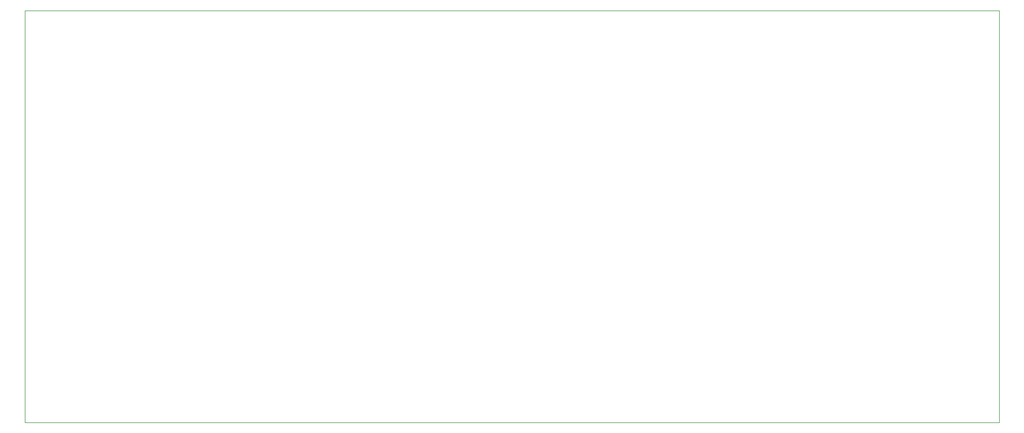
<source format=gbr>
%TF.GenerationSoftware,KiCad,Pcbnew,(6.0.2)*%
%TF.CreationDate,2022-03-14T17:04:01-03:00*%
%TF.ProjectId,EL-A0001-00500 - Telemetria Frontal,454c2d41-3030-4303-912d-303035303020,rev?*%
%TF.SameCoordinates,Original*%
%TF.FileFunction,Profile,NP*%
%FSLAX46Y46*%
G04 Gerber Fmt 4.6, Leading zero omitted, Abs format (unit mm)*
G04 Created by KiCad (PCBNEW (6.0.2)) date 2022-03-14 17:04:01*
%MOMM*%
%LPD*%
G01*
G04 APERTURE LIST*
%TA.AperFunction,Profile*%
%ADD10C,0.100000*%
%TD*%
G04 APERTURE END LIST*
D10*
X25000000Y-39000000D02*
X181000000Y-39000000D01*
X181000000Y-39000000D02*
X181000000Y-105000000D01*
X181000000Y-105000000D02*
X25000000Y-105000000D01*
X25000000Y-105000000D02*
X25000000Y-39000000D01*
M02*

</source>
